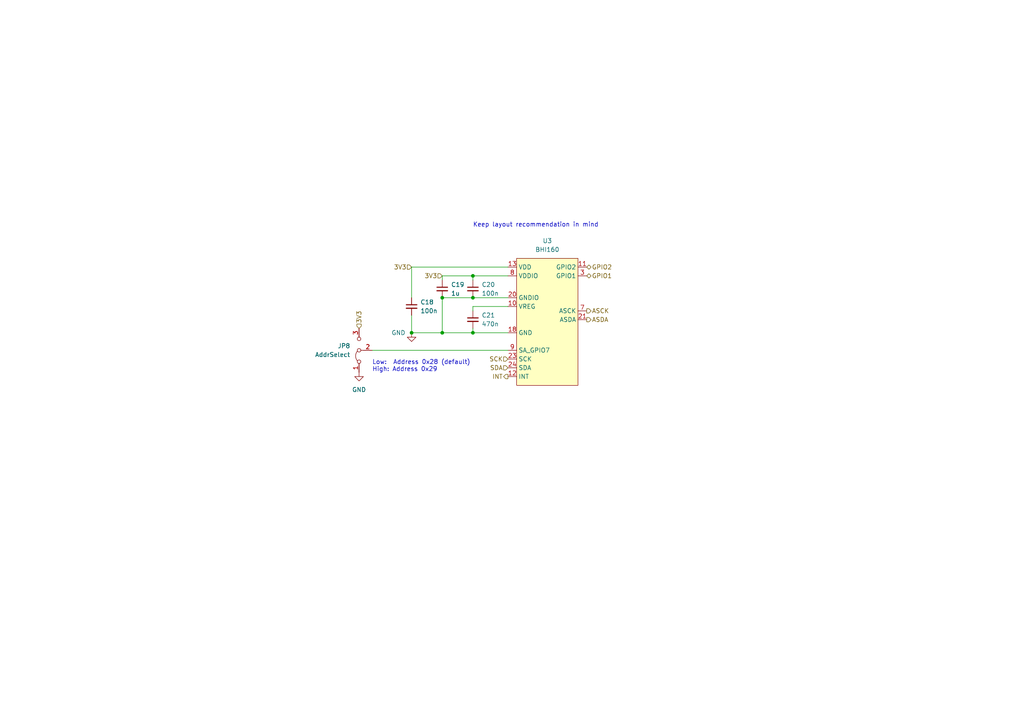
<source format=kicad_sch>
(kicad_sch (version 20211123) (generator eeschema)
  (paper "A4")
  (title_block (title "eduSignal") (date "2022-07-14") (rev "1") (company "Hochschule Pforzheim") (comment 1 "Patrick Hanner") (comment 2 "Biosignal development board"))
  (lib_symbols
    (symbol "Device:C_Small" (pin_numbers hide) (pin_names (offset 0.254) hide)
      (property "Reference" "C" (at 0.254 1.778 0))
      (property "Value" "C_Small" (at 0.254 -2.032 0))
      (symbol "C_Small_0_1"
        (polyline (pts (xy -1.524 -0.508) (xy 1.524 -0.508)) (stroke (width 0.3302)))
        (polyline (pts (xy -1.524 0.508) (xy 1.524 0.508)) (stroke (width 0.3048)))
      )
      (symbol "C_Small_1_1"
        (pin passive line (at 0 2.54 270) (length 2.032) (name "~") (number "1"))
        (pin passive line (at 0 -2.54 90) (length 2.032) (name "~") (number "2"))
      )
    )
    (symbol "Jumper:Jumper_3_Bridged12" (pin_names (offset 0) hide)
      (property "Reference" "JP" (at -2.54 -2.54 0))
      (property "Value" "Jumper_3_Bridged12" (at 0 2.794 0))
      (symbol "Jumper_3_Bridged12_0_0"
        (circle (center -3.302 0) (radius 0.508))
        (circle (center 0 0) (radius 0.508))
        (circle (center 3.302 0) (radius 0.508))
      )
      (symbol "Jumper_3_Bridged12_0_1"
        (arc (start -0.254 0.508) (mid -1.651 0.9912) (end -3.048 0.508))
        (polyline (pts (xy 0 -1.27) (xy 0 -0.508)))
      )
      (symbol "Jumper_3_Bridged12_1_1"
        (pin passive line (at -6.35 0 0) (length 2.54) (name "A") (number "1"))
        (pin passive line (at 0 -3.81 90) (length 2.54) (name "C") (number "2"))
        (pin passive line (at 6.35 0 180) (length 2.54) (name "B") (number "3"))
      )
    )
    (symbol "ownLib:BHI160"
      (property "Reference" "U" (at -12.7 -25.4 0))
      (property "Value" "BHI160" (at -12.7 -27.94 0))
      (symbol "BHI160_0_0"
        (pin no_connect line (at -9.525 -31.115 180) (length 2.54) hide (name "") (number "1"))
        (pin input line (at -25.4 -22.86 0) (length 2.54) (name "VREG") (number "10"))
        (pin bidirectional line (at -2.54 -11.43 180) (length 2.54) (name "GPIO2") (number "11"))
        (pin output line (at -25.4 -43.18 0) (length 2.54) (name "INT") (number "12"))
        (pin power_in line (at -25.4 -11.43 0) (length 2.54) (name "VDD") (number "13"))
        (pin no_connect line (at -9.525 -33.655 180) (length 2.54) hide (name "") (number "14"))
        (pin no_connect line (at -9.525 -32.385 180) (length 2.54) hide (name "") (number "15"))
        (pin no_connect line (at -9.525 -34.925 180) (length 2.54) hide (name "") (number "16"))
        (pin no_connect line (at -9.525 -36.195 180) (length 2.54) hide (name "") (number "17"))
        (pin input line (at -25.4 -30.48 0) (length 2.54) (name "GND") (number "18"))
        (pin no_connect line (at -9.525 -37.465 180) (length 2.54) hide (name "") (number "19"))
        (pin no_connect line (at -9.525 -38.735 180) (length 2.54) hide (name "") (number "2"))
        (pin input line (at -25.4 -20.32 0) (length 2.54) (name "GNDIO") (number "20"))
        (pin output line (at -2.54 -26.67 180) (length 2.54) (name "ASDA") (number "21"))
        (pin no_connect line (at -9.525 -40.005 180) (length 2.54) hide (name "RESV4") (number "22"))
        (pin input line (at -25.4 -38.1 0) (length 2.54) (name "SCK") (number "23"))
        (pin input line (at -25.4 -40.64 0) (length 2.54) (name "SDA") (number "24"))
        (pin bidirectional line (at -2.54 -13.97 180) (length 2.54) (name "GPIO1") (number "3"))
        (pin no_connect line (at -9.525 -41.275 180) (length 2.54) hide (name "RESV2") (number "4"))
        (pin no_connect line (at -9.525 -42.545 180) (length 2.54) hide (name "RESV3") (number "5"))
        (pin no_connect line (at -9.525 -43.815 180) (length 2.54) hide (name "") (number "6"))
        (pin output line (at -2.54 -24.13 180) (length 2.54) (name "ASCK") (number "7"))
        (pin power_in line (at -25.4 -13.97 0) (length 2.54) (name "VDDIO") (number "8"))
        (pin input line (at -25.4 -35.56 0) (length 2.54) (name "SA_GPIO7") (number "9"))
      )
      (symbol "BHI160_0_1"
        (rectangle (start -22.86 -8.89) (end -5.08 -45.72) (fill (type background)))
      )
    )
    (symbol "power:GND" (power) (pin_names (offset 0))
      (property "Value" "GND" (at 0 -3.81 0))
      (symbol "GND_0_1"
        (polyline (pts (xy 0 0) (xy 0 -1.27) (xy 1.27 -1.27) (xy 0 -2.54) (xy -1.27 -1.27) (xy 0 -1.27)))
      )
      (symbol "GND_1_1"
        (pin power_in line (at 0 0 270) (length 0) hide (name "GND") (number "1"))
      )
    )
  )
  (junction (at 128.27 86.36))
  (junction (at 137.16 80.01))
  (junction (at 137.16 86.36))
  (junction (at 137.16 96.52))
  (junction (at 119.38 96.52))
  (junction (at 128.27 96.52))
  (wire (pts (xy 119.38 96.52) (xy 128.27 96.52)))
  (wire (pts (xy 137.16 80.01) (xy 128.27 80.01)))
  (wire (pts (xy 119.38 91.44) (xy 119.38 96.52)))
  (wire (pts (xy 137.16 86.36) (xy 147.32 86.36)))
  (wire (pts (xy 137.16 80.01) (xy 137.16 81.28)))
  (wire (pts (xy 128.27 80.01) (xy 128.27 81.28)))
  (wire (pts (xy 119.38 77.47) (xy 119.38 86.36)))
  (wire (pts (xy 128.27 96.52) (xy 137.16 96.52)))
  (wire (pts (xy 128.27 86.36) (xy 137.16 86.36)))
  (wire (pts (xy 128.27 86.36) (xy 128.27 96.52)))
  (wire (pts (xy 137.16 96.52) (xy 147.32 96.52)))
  (wire (pts (xy 137.16 88.9) (xy 147.32 88.9)))
  (wire (pts (xy 137.16 90.17) (xy 137.16 88.9)))
  (wire (pts (xy 147.32 80.01) (xy 137.16 80.01)))
  (wire (pts (xy 147.32 77.47) (xy 119.38 77.47)))
  (wire (pts (xy 107.95 101.6) (xy 147.32 101.6)))
  (wire (pts (xy 137.16 95.25) (xy 137.16 96.52)))
  (text "Keep layout recommendation in mind\n" (at 137.16 66.04 0) (effects (font (size 1.27 1.27)) (justify left bottom)))
  (text "Low:  Address 0x28 (default)\nHigh: Address 0x29" (at 107.95 107.95 0) (effects (font (size 1.27 1.27)) (justify left bottom)))
  (hierarchical_label "3V3" (shape input) (at 119.38 77.47 180))
  (hierarchical_label "GPIO1" (shape bidirectional) (at 170.18 80.01 0))
  (hierarchical_label "ASCK" (shape output) (at 170.18 90.17 0))
  (hierarchical_label "SDA" (shape input) (at 147.32 106.68 180))
  (hierarchical_label "ASDA" (shape output) (at 170.18 92.71 0))
  (hierarchical_label "3V3" (shape input) (at 128.27 80.01 180))
  (hierarchical_label "GPIO2" (shape bidirectional) (at 170.18 77.47 0))
  (hierarchical_label "3V3" (shape input) (at 104.14 95.25 90))
  (hierarchical_label "SCK" (shape input) (at 147.32 104.14 180))
  (hierarchical_label "INT" (shape output) (at 147.32 109.22 180))
  (symbol (lib_id "ownLib:BHI160") (at 172.72 66.04 0) (unit 1)
    (property "Reference" "U3" (at 158.75 69.85 0))
    (property "Value" "BHI160" (at 158.75 72.39 0))
    (property "Footprint" "ownLib:BHI160" (effects hide))
    (property "Datasheet" "https://www.mouser.de/pdfdocs/Bosch-BST-BHI160B-DS000-01-Datasheet.pdf" (effects hide))
  )
  (symbol (lib_id "Device:C_Small") (at 137.16 92.71 0) (unit 1)
    (property "Reference" "C21" (at 139.7 91.4462 0) (effects (justify left)))
    (property "Value" "470n" (at 139.7 93.9862 0) (effects (justify left)))
    (property "Footprint" "Capacitor_SMD:C_0402_1005Metric" (effects hide))
  )
  (symbol (lib_id "Device:C_Small") (at 119.38 88.9 0) (unit 1)
    (property "Reference" "C18" (at 121.92 87.6362 0) (effects (justify left)))
    (property "Value" "100n" (at 121.92 90.1762 0) (effects (justify left)))
    (property "Footprint" "Capacitor_SMD:C_0402_1005Metric" (effects hide))
  )
  (symbol (lib_id "Device:C_Small") (at 128.27 83.82 0) (unit 1)
    (property "Reference" "C19" (at 130.81 82.5562 0) (effects (justify left)))
    (property "Value" "1u" (at 130.81 85.0962 0) (effects (justify left)))
    (property "Footprint" "Capacitor_SMD:C_0603_1608Metric" (effects hide))
  )
  (symbol (lib_id "Device:C_Small") (at 137.16 83.82 0) (unit 1)
    (property "Reference" "C20" (at 139.7 82.5562 0) (effects (justify left)))
    (property "Value" "100n" (at 139.7 85.0962 0) (effects (justify left)))
    (property "Footprint" "Capacitor_SMD:C_0402_1005Metric" (effects hide))
  )
  (symbol (lib_id "Jumper:Jumper_3_Bridged12") (at 104.14 101.6 90) (unit 1)
    (property "Reference" "JP8" (at 101.6 100.3299 90) (effects (justify left)))
    (property "Value" "AddrSelect" (at 101.6 102.8699 90) (effects (justify left)))
    (property "Footprint" "Jumper:SolderJumper-3_P1.3mm_Bridged12_Pad1.0x1.5mm" (effects hide))
  )
  (symbol (lib_id "power:GND") (at 119.38 96.52 0) (unit 1)
    (property "Reference" "#PWR018" (effects hide))
    (property "Value" "GND" (at 115.57 96.52 0))
  )
  (symbol (lib_id "power:GND") (at 104.14 107.95 0) (unit 1)
    (property "Reference" "#PWR017" (effects hide))
    (property "Value" "GND" (at 104.14 113.03 0))
  )
)
</source>
